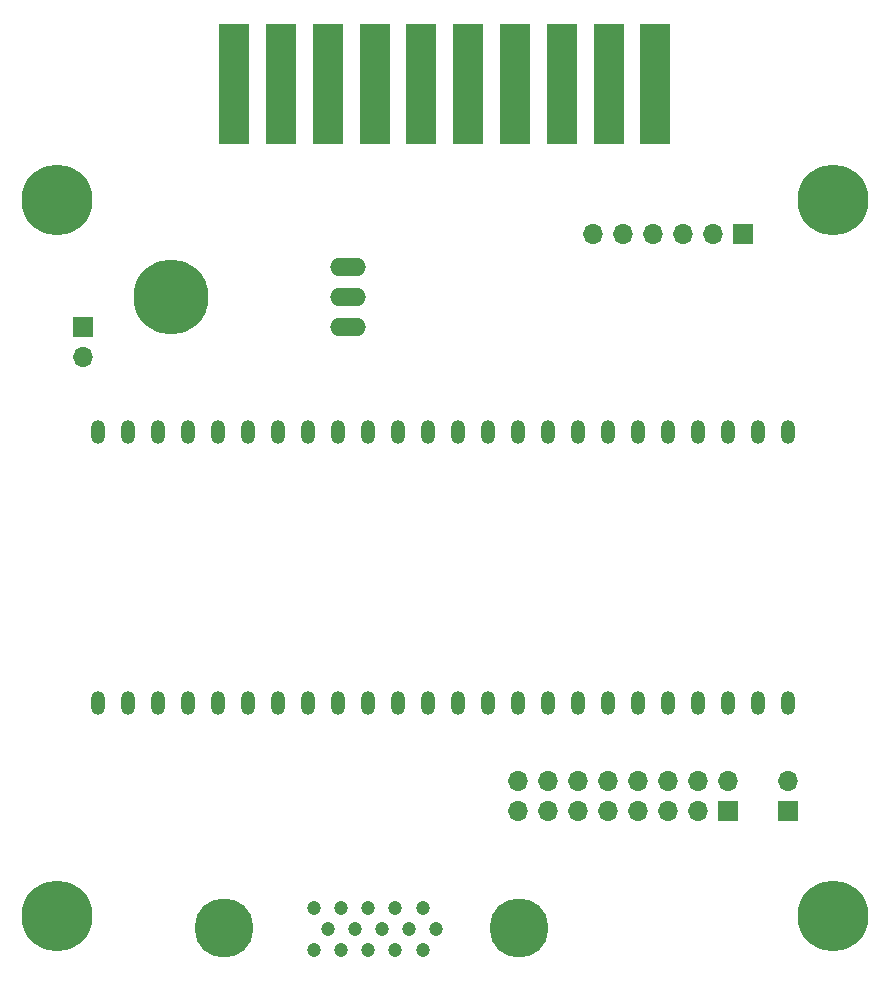
<source format=gbr>
%TF.GenerationSoftware,KiCad,Pcbnew,(6.0.0)*%
%TF.CreationDate,2023-01-29T22:37:32-05:00*%
%TF.ProjectId,TRS-80-M3-VID1,5452532d-3830-42d4-9d33-2d564944312e,rev?*%
%TF.SameCoordinates,Original*%
%TF.FileFunction,Soldermask,Bot*%
%TF.FilePolarity,Negative*%
%FSLAX46Y46*%
G04 Gerber Fmt 4.6, Leading zero omitted, Abs format (unit mm)*
G04 Created by KiCad (PCBNEW (6.0.0)) date 2023-01-29 22:37:32*
%MOMM*%
%LPD*%
G01*
G04 APERTURE LIST*
%ADD10C,5.001260*%
%ADD11C,1.198880*%
%ADD12C,0.800000*%
%ADD13C,6.000000*%
%ADD14R,2.540000X10.160000*%
%ADD15R,1.700000X1.700000*%
%ADD16O,1.700000X1.700000*%
%ADD17C,6.350000*%
%ADD18O,3.048000X1.524000*%
%ADD19O,1.200000X2.000000*%
G04 APERTURE END LIST*
D10*
%TO.C,J2*%
X114188240Y-110876080D03*
X139176760Y-110876080D03*
D11*
X130992880Y-109157100D03*
X128701800Y-109157100D03*
X126415800Y-109157100D03*
X124122180Y-109157100D03*
X121833640Y-109157100D03*
X132138420Y-110921800D03*
X129844800Y-110921800D03*
X127546100Y-110921800D03*
X125247400Y-110921800D03*
X122974100Y-110921800D03*
X130992880Y-112713100D03*
X128701800Y-112713100D03*
X126413260Y-112713100D03*
X124122180Y-112713100D03*
X121831100Y-112713100D03*
%TD*%
D12*
%TO.C,H3*%
X165735000Y-107605000D03*
X164144010Y-111445990D03*
X165735000Y-112105000D03*
X164144010Y-108264010D03*
D13*
X165735000Y-109855000D03*
D12*
X167325990Y-111445990D03*
X167985000Y-109855000D03*
X163485000Y-109855000D03*
X167325990Y-108264010D03*
%TD*%
D14*
%TO.C,J1*%
X115042950Y-39370000D03*
X119005350Y-39370000D03*
X122967750Y-39370000D03*
X126930150Y-39370000D03*
X130892550Y-39370000D03*
X134854950Y-39370000D03*
X138817350Y-39370000D03*
X142779750Y-39370000D03*
X146742150Y-39370000D03*
X150704550Y-39370000D03*
%TD*%
D15*
%TO.C,J3*%
X161925000Y-100950010D03*
D16*
X161925000Y-98410010D03*
%TD*%
D15*
%TO.C,J4*%
X156830000Y-100965010D03*
D16*
X156830000Y-98425010D03*
X154290000Y-100965010D03*
X154290000Y-98425010D03*
X151750000Y-100965010D03*
X151750000Y-98425010D03*
X149210000Y-100965010D03*
X149210000Y-98425010D03*
X146670000Y-100965010D03*
X146670000Y-98425010D03*
X144130000Y-100965010D03*
X144130000Y-98425010D03*
X141590000Y-100965010D03*
X141590000Y-98425010D03*
X139050000Y-100965010D03*
X139050000Y-98425010D03*
%TD*%
D12*
%TO.C,H1*%
X102265990Y-49215990D03*
X101606980Y-50806980D03*
X100015990Y-46965990D03*
X98425000Y-50806980D03*
X97765990Y-49215990D03*
X98425000Y-47625000D03*
X101606980Y-47625000D03*
X100015990Y-51465990D03*
D13*
X100015990Y-49215990D03*
%TD*%
D12*
%TO.C,H2*%
X101603490Y-111445990D03*
D13*
X100012500Y-109855000D03*
D12*
X100012500Y-112105000D03*
X101603490Y-108264010D03*
X100012500Y-107605000D03*
X102262500Y-109855000D03*
X97762500Y-109855000D03*
X98421510Y-111445990D03*
X98421510Y-108264010D03*
%TD*%
D17*
%TO.C,U3*%
X109728000Y-57467500D03*
D18*
X124714000Y-57467500D03*
X124714000Y-60007500D03*
X124714000Y-54927500D03*
%TD*%
D12*
%TO.C,H4*%
X164144010Y-50803490D03*
X167325990Y-47621510D03*
X164144010Y-47621510D03*
X165735000Y-46962500D03*
D13*
X165735000Y-49212500D03*
D12*
X163485000Y-49212500D03*
X165735000Y-51462500D03*
X167985000Y-49212500D03*
X167325990Y-50803490D03*
%TD*%
D15*
%TO.C,J6*%
X158115000Y-52070000D03*
D16*
X155575000Y-52070000D03*
X153035000Y-52070000D03*
X150495000Y-52070000D03*
X147955000Y-52070000D03*
X145415000Y-52070000D03*
%TD*%
D15*
%TO.C,J5*%
X102235000Y-60002500D03*
D16*
X102235000Y-62542500D03*
%TD*%
D19*
%TO.C,U1*%
X161925000Y-68877500D03*
X159385000Y-68877500D03*
X156845000Y-68877500D03*
X154305000Y-68877500D03*
X151765000Y-68877500D03*
X149225000Y-68877500D03*
X146685000Y-68877500D03*
X144145000Y-68877500D03*
X141605000Y-68877500D03*
X139065000Y-68877500D03*
X136525000Y-68877500D03*
X133985000Y-68877500D03*
X131445000Y-68877500D03*
X128905000Y-68877500D03*
X126365000Y-68877500D03*
X123825000Y-68877500D03*
X121285000Y-68877500D03*
X118745000Y-68877500D03*
X116205000Y-68877500D03*
X113665000Y-68877500D03*
X111125000Y-68877500D03*
X108585000Y-68877500D03*
X106045000Y-68877500D03*
X103505000Y-68877500D03*
X103505000Y-91777500D03*
X106045000Y-91777500D03*
X108585000Y-91777500D03*
X111125000Y-91777500D03*
X113665000Y-91777500D03*
X116205000Y-91777500D03*
X118745000Y-91777500D03*
X121285000Y-91777500D03*
X123825000Y-91777500D03*
X126365000Y-91777500D03*
X128905000Y-91777500D03*
X131445000Y-91777500D03*
X133985000Y-91777500D03*
X136525000Y-91777500D03*
X139065000Y-91777500D03*
X141605000Y-91777500D03*
X144145000Y-91777500D03*
X146685000Y-91777500D03*
X149225000Y-91777500D03*
X151765000Y-91777500D03*
X154305000Y-91777500D03*
X156845000Y-91777500D03*
X159385000Y-91777500D03*
X161925000Y-91777500D03*
%TD*%
M02*

</source>
